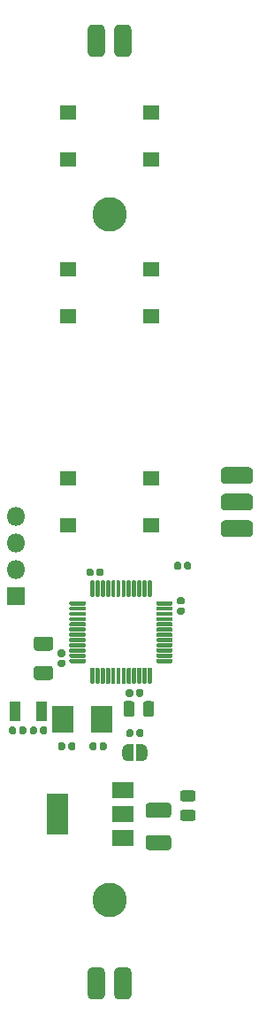
<source format=gbr>
%TF.GenerationSoftware,KiCad,Pcbnew,(5.1.6)-1*%
%TF.CreationDate,2020-10-09T22:59:05+02:00*%
%TF.ProjectId,zlpcba_f103c8,7a6c7063-6261-45f6-9631-303363382e6b,rev?*%
%TF.SameCoordinates,Original*%
%TF.FileFunction,Soldermask,Top*%
%TF.FilePolarity,Negative*%
%FSLAX46Y46*%
G04 Gerber Fmt 4.6, Leading zero omitted, Abs format (unit mm)*
G04 Created by KiCad (PCBNEW (5.1.6)-1) date 2020-10-09 22:59:05*
%MOMM*%
%LPD*%
G01*
G04 APERTURE LIST*
%ADD10O,1.800000X1.800000*%
%ADD11R,1.800000X1.800000*%
%ADD12C,3.300000*%
%ADD13R,1.650000X1.400000*%
%ADD14R,2.100000X1.600000*%
%ADD15R,2.100000X3.900000*%
%ADD16R,1.100000X1.900000*%
%ADD17R,2.100000X2.500000*%
%ADD18C,0.100000*%
G04 APERTURE END LIST*
%TO.C,J4*%
G36*
G01*
X115458000Y-56039000D02*
X115458000Y-53751000D01*
G75*
G02*
X115864000Y-53345000I406000J0D01*
G01*
X116676000Y-53345000D01*
G75*
G02*
X117082000Y-53751000I0J-406000D01*
G01*
X117082000Y-56039000D01*
G75*
G02*
X116676000Y-56445000I-406000J0D01*
G01*
X115864000Y-56445000D01*
G75*
G02*
X115458000Y-56039000I0J406000D01*
G01*
G37*
G36*
G01*
X112918000Y-56039000D02*
X112918000Y-53751000D01*
G75*
G02*
X113324000Y-53345000I406000J0D01*
G01*
X114136000Y-53345000D01*
G75*
G02*
X114542000Y-53751000I0J-406000D01*
G01*
X114542000Y-56039000D01*
G75*
G02*
X114136000Y-56445000I-406000J0D01*
G01*
X113324000Y-56445000D01*
G75*
G02*
X112918000Y-56039000I0J406000D01*
G01*
G37*
%TD*%
%TO.C,J3*%
G36*
G01*
X126056000Y-100718000D02*
X128344000Y-100718000D01*
G75*
G02*
X128750000Y-101124000I0J-406000D01*
G01*
X128750000Y-101936000D01*
G75*
G02*
X128344000Y-102342000I-406000J0D01*
G01*
X126056000Y-102342000D01*
G75*
G02*
X125650000Y-101936000I0J406000D01*
G01*
X125650000Y-101124000D01*
G75*
G02*
X126056000Y-100718000I406000J0D01*
G01*
G37*
G36*
G01*
X126056000Y-98178000D02*
X128344000Y-98178000D01*
G75*
G02*
X128750000Y-98584000I0J-406000D01*
G01*
X128750000Y-99396000D01*
G75*
G02*
X128344000Y-99802000I-406000J0D01*
G01*
X126056000Y-99802000D01*
G75*
G02*
X125650000Y-99396000I0J406000D01*
G01*
X125650000Y-98584000D01*
G75*
G02*
X126056000Y-98178000I406000J0D01*
G01*
G37*
G36*
G01*
X126056000Y-95638000D02*
X128344000Y-95638000D01*
G75*
G02*
X128750000Y-96044000I0J-406000D01*
G01*
X128750000Y-96856000D01*
G75*
G02*
X128344000Y-97262000I-406000J0D01*
G01*
X126056000Y-97262000D01*
G75*
G02*
X125650000Y-96856000I0J406000D01*
G01*
X125650000Y-96044000D01*
G75*
G02*
X126056000Y-95638000I406000J0D01*
G01*
G37*
%TD*%
%TO.C,J1*%
G36*
G01*
X115458000Y-146134000D02*
X115458000Y-143846000D01*
G75*
G02*
X115864000Y-143440000I406000J0D01*
G01*
X116676000Y-143440000D01*
G75*
G02*
X117082000Y-143846000I0J-406000D01*
G01*
X117082000Y-146134000D01*
G75*
G02*
X116676000Y-146540000I-406000J0D01*
G01*
X115864000Y-146540000D01*
G75*
G02*
X115458000Y-146134000I0J406000D01*
G01*
G37*
G36*
G01*
X112918000Y-146134000D02*
X112918000Y-143846000D01*
G75*
G02*
X113324000Y-143440000I406000J0D01*
G01*
X114136000Y-143440000D01*
G75*
G02*
X114542000Y-143846000I0J-406000D01*
G01*
X114542000Y-146134000D01*
G75*
G02*
X114136000Y-146540000I-406000J0D01*
G01*
X113324000Y-146540000D01*
G75*
G02*
X112918000Y-146134000I0J406000D01*
G01*
G37*
%TD*%
D10*
%TO.C,J2*%
X106000000Y-100370000D03*
X106000000Y-102910000D03*
X106000000Y-105450000D03*
D11*
X106000000Y-107990000D03*
%TD*%
D12*
%TO.C,H2*%
X115000000Y-136990000D03*
%TD*%
%TO.C,H1*%
X115000000Y-71490000D03*
%TD*%
D13*
%TO.C,SW3*%
X118980000Y-101240000D03*
X118980000Y-96740000D03*
X111020000Y-96740000D03*
X111020000Y-101240000D03*
%TD*%
%TO.C,SW2*%
X118980000Y-81240000D03*
X118980000Y-76740000D03*
X111020000Y-76740000D03*
X111020000Y-81240000D03*
%TD*%
%TO.C,SW1*%
X118980000Y-66240000D03*
X118980000Y-61740000D03*
X111020000Y-61740000D03*
X111020000Y-66240000D03*
%TD*%
%TO.C,R2*%
G36*
G01*
X121860000Y-104882500D02*
X121860000Y-105277500D01*
G75*
G02*
X121687500Y-105450000I-172500J0D01*
G01*
X121342500Y-105450000D01*
G75*
G02*
X121170000Y-105277500I0J172500D01*
G01*
X121170000Y-104882500D01*
G75*
G02*
X121342500Y-104710000I172500J0D01*
G01*
X121687500Y-104710000D01*
G75*
G02*
X121860000Y-104882500I0J-172500D01*
G01*
G37*
G36*
G01*
X122830000Y-104882500D02*
X122830000Y-105277500D01*
G75*
G02*
X122657500Y-105450000I-172500J0D01*
G01*
X122312500Y-105450000D01*
G75*
G02*
X122140000Y-105277500I0J172500D01*
G01*
X122140000Y-104882500D01*
G75*
G02*
X122312500Y-104710000I172500J0D01*
G01*
X122657500Y-104710000D01*
G75*
G02*
X122830000Y-104882500I0J-172500D01*
G01*
G37*
%TD*%
D14*
%TO.C,U2*%
X116310000Y-131090000D03*
X116310000Y-126490000D03*
X116310000Y-128790000D03*
D15*
X110010000Y-128790000D03*
%TD*%
%TO.C,C12*%
G36*
G01*
X122018750Y-128390000D02*
X122981250Y-128390000D01*
G75*
G02*
X123250000Y-128658750I0J-268750D01*
G01*
X123250000Y-129196250D01*
G75*
G02*
X122981250Y-129465000I-268750J0D01*
G01*
X122018750Y-129465000D01*
G75*
G02*
X121750000Y-129196250I0J268750D01*
G01*
X121750000Y-128658750D01*
G75*
G02*
X122018750Y-128390000I268750J0D01*
G01*
G37*
G36*
G01*
X122018750Y-126515000D02*
X122981250Y-126515000D01*
G75*
G02*
X123250000Y-126783750I0J-268750D01*
G01*
X123250000Y-127321250D01*
G75*
G02*
X122981250Y-127590000I-268750J0D01*
G01*
X122018750Y-127590000D01*
G75*
G02*
X121750000Y-127321250I0J268750D01*
G01*
X121750000Y-126783750D01*
G75*
G02*
X122018750Y-126515000I268750J0D01*
G01*
G37*
%TD*%
%TO.C,C11*%
G36*
G01*
X118723867Y-130815000D02*
X120636133Y-130815000D01*
G75*
G02*
X120905000Y-131083867I0J-268867D01*
G01*
X120905000Y-131971133D01*
G75*
G02*
X120636133Y-132240000I-268867J0D01*
G01*
X118723867Y-132240000D01*
G75*
G02*
X118455000Y-131971133I0J268867D01*
G01*
X118455000Y-131083867D01*
G75*
G02*
X118723867Y-130815000I268867J0D01*
G01*
G37*
G36*
G01*
X118723867Y-127740000D02*
X120636133Y-127740000D01*
G75*
G02*
X120905000Y-128008867I0J-268867D01*
G01*
X120905000Y-128896133D01*
G75*
G02*
X120636133Y-129165000I-268867J0D01*
G01*
X118723867Y-129165000D01*
G75*
G02*
X118455000Y-128896133I0J268867D01*
G01*
X118455000Y-128008867D01*
G75*
G02*
X118723867Y-127740000I268867J0D01*
G01*
G37*
%TD*%
D16*
%TO.C,Y2*%
X105950000Y-119020000D03*
X108450000Y-119020000D03*
%TD*%
D17*
%TO.C,Y1*%
X110550000Y-119720000D03*
X114250000Y-119720000D03*
%TD*%
%TO.C,U1*%
G36*
G01*
X112625000Y-114370000D02*
X111250000Y-114370000D01*
G75*
G02*
X111150000Y-114270000I0J100000D01*
G01*
X111150000Y-114070000D01*
G75*
G02*
X111250000Y-113970000I100000J0D01*
G01*
X112625000Y-113970000D01*
G75*
G02*
X112725000Y-114070000I0J-100000D01*
G01*
X112725000Y-114270000D01*
G75*
G02*
X112625000Y-114370000I-100000J0D01*
G01*
G37*
G36*
G01*
X112625000Y-113870000D02*
X111250000Y-113870000D01*
G75*
G02*
X111150000Y-113770000I0J100000D01*
G01*
X111150000Y-113570000D01*
G75*
G02*
X111250000Y-113470000I100000J0D01*
G01*
X112625000Y-113470000D01*
G75*
G02*
X112725000Y-113570000I0J-100000D01*
G01*
X112725000Y-113770000D01*
G75*
G02*
X112625000Y-113870000I-100000J0D01*
G01*
G37*
G36*
G01*
X112625000Y-113370000D02*
X111250000Y-113370000D01*
G75*
G02*
X111150000Y-113270000I0J100000D01*
G01*
X111150000Y-113070000D01*
G75*
G02*
X111250000Y-112970000I100000J0D01*
G01*
X112625000Y-112970000D01*
G75*
G02*
X112725000Y-113070000I0J-100000D01*
G01*
X112725000Y-113270000D01*
G75*
G02*
X112625000Y-113370000I-100000J0D01*
G01*
G37*
G36*
G01*
X112625000Y-112870000D02*
X111250000Y-112870000D01*
G75*
G02*
X111150000Y-112770000I0J100000D01*
G01*
X111150000Y-112570000D01*
G75*
G02*
X111250000Y-112470000I100000J0D01*
G01*
X112625000Y-112470000D01*
G75*
G02*
X112725000Y-112570000I0J-100000D01*
G01*
X112725000Y-112770000D01*
G75*
G02*
X112625000Y-112870000I-100000J0D01*
G01*
G37*
G36*
G01*
X112625000Y-112370000D02*
X111250000Y-112370000D01*
G75*
G02*
X111150000Y-112270000I0J100000D01*
G01*
X111150000Y-112070000D01*
G75*
G02*
X111250000Y-111970000I100000J0D01*
G01*
X112625000Y-111970000D01*
G75*
G02*
X112725000Y-112070000I0J-100000D01*
G01*
X112725000Y-112270000D01*
G75*
G02*
X112625000Y-112370000I-100000J0D01*
G01*
G37*
G36*
G01*
X112625000Y-111870000D02*
X111250000Y-111870000D01*
G75*
G02*
X111150000Y-111770000I0J100000D01*
G01*
X111150000Y-111570000D01*
G75*
G02*
X111250000Y-111470000I100000J0D01*
G01*
X112625000Y-111470000D01*
G75*
G02*
X112725000Y-111570000I0J-100000D01*
G01*
X112725000Y-111770000D01*
G75*
G02*
X112625000Y-111870000I-100000J0D01*
G01*
G37*
G36*
G01*
X112625000Y-111370000D02*
X111250000Y-111370000D01*
G75*
G02*
X111150000Y-111270000I0J100000D01*
G01*
X111150000Y-111070000D01*
G75*
G02*
X111250000Y-110970000I100000J0D01*
G01*
X112625000Y-110970000D01*
G75*
G02*
X112725000Y-111070000I0J-100000D01*
G01*
X112725000Y-111270000D01*
G75*
G02*
X112625000Y-111370000I-100000J0D01*
G01*
G37*
G36*
G01*
X112625000Y-110870000D02*
X111250000Y-110870000D01*
G75*
G02*
X111150000Y-110770000I0J100000D01*
G01*
X111150000Y-110570000D01*
G75*
G02*
X111250000Y-110470000I100000J0D01*
G01*
X112625000Y-110470000D01*
G75*
G02*
X112725000Y-110570000I0J-100000D01*
G01*
X112725000Y-110770000D01*
G75*
G02*
X112625000Y-110870000I-100000J0D01*
G01*
G37*
G36*
G01*
X112625000Y-110370000D02*
X111250000Y-110370000D01*
G75*
G02*
X111150000Y-110270000I0J100000D01*
G01*
X111150000Y-110070000D01*
G75*
G02*
X111250000Y-109970000I100000J0D01*
G01*
X112625000Y-109970000D01*
G75*
G02*
X112725000Y-110070000I0J-100000D01*
G01*
X112725000Y-110270000D01*
G75*
G02*
X112625000Y-110370000I-100000J0D01*
G01*
G37*
G36*
G01*
X112625000Y-109870000D02*
X111250000Y-109870000D01*
G75*
G02*
X111150000Y-109770000I0J100000D01*
G01*
X111150000Y-109570000D01*
G75*
G02*
X111250000Y-109470000I100000J0D01*
G01*
X112625000Y-109470000D01*
G75*
G02*
X112725000Y-109570000I0J-100000D01*
G01*
X112725000Y-109770000D01*
G75*
G02*
X112625000Y-109870000I-100000J0D01*
G01*
G37*
G36*
G01*
X112625000Y-109370000D02*
X111250000Y-109370000D01*
G75*
G02*
X111150000Y-109270000I0J100000D01*
G01*
X111150000Y-109070000D01*
G75*
G02*
X111250000Y-108970000I100000J0D01*
G01*
X112625000Y-108970000D01*
G75*
G02*
X112725000Y-109070000I0J-100000D01*
G01*
X112725000Y-109270000D01*
G75*
G02*
X112625000Y-109370000I-100000J0D01*
G01*
G37*
G36*
G01*
X112625000Y-108870000D02*
X111250000Y-108870000D01*
G75*
G02*
X111150000Y-108770000I0J100000D01*
G01*
X111150000Y-108570000D01*
G75*
G02*
X111250000Y-108470000I100000J0D01*
G01*
X112625000Y-108470000D01*
G75*
G02*
X112725000Y-108570000I0J-100000D01*
G01*
X112725000Y-108770000D01*
G75*
G02*
X112625000Y-108870000I-100000J0D01*
G01*
G37*
G36*
G01*
X113450000Y-108045000D02*
X113250000Y-108045000D01*
G75*
G02*
X113150000Y-107945000I0J100000D01*
G01*
X113150000Y-106570000D01*
G75*
G02*
X113250000Y-106470000I100000J0D01*
G01*
X113450000Y-106470000D01*
G75*
G02*
X113550000Y-106570000I0J-100000D01*
G01*
X113550000Y-107945000D01*
G75*
G02*
X113450000Y-108045000I-100000J0D01*
G01*
G37*
G36*
G01*
X113950000Y-108045000D02*
X113750000Y-108045000D01*
G75*
G02*
X113650000Y-107945000I0J100000D01*
G01*
X113650000Y-106570000D01*
G75*
G02*
X113750000Y-106470000I100000J0D01*
G01*
X113950000Y-106470000D01*
G75*
G02*
X114050000Y-106570000I0J-100000D01*
G01*
X114050000Y-107945000D01*
G75*
G02*
X113950000Y-108045000I-100000J0D01*
G01*
G37*
G36*
G01*
X114450000Y-108045000D02*
X114250000Y-108045000D01*
G75*
G02*
X114150000Y-107945000I0J100000D01*
G01*
X114150000Y-106570000D01*
G75*
G02*
X114250000Y-106470000I100000J0D01*
G01*
X114450000Y-106470000D01*
G75*
G02*
X114550000Y-106570000I0J-100000D01*
G01*
X114550000Y-107945000D01*
G75*
G02*
X114450000Y-108045000I-100000J0D01*
G01*
G37*
G36*
G01*
X114950000Y-108045000D02*
X114750000Y-108045000D01*
G75*
G02*
X114650000Y-107945000I0J100000D01*
G01*
X114650000Y-106570000D01*
G75*
G02*
X114750000Y-106470000I100000J0D01*
G01*
X114950000Y-106470000D01*
G75*
G02*
X115050000Y-106570000I0J-100000D01*
G01*
X115050000Y-107945000D01*
G75*
G02*
X114950000Y-108045000I-100000J0D01*
G01*
G37*
G36*
G01*
X115450000Y-108045000D02*
X115250000Y-108045000D01*
G75*
G02*
X115150000Y-107945000I0J100000D01*
G01*
X115150000Y-106570000D01*
G75*
G02*
X115250000Y-106470000I100000J0D01*
G01*
X115450000Y-106470000D01*
G75*
G02*
X115550000Y-106570000I0J-100000D01*
G01*
X115550000Y-107945000D01*
G75*
G02*
X115450000Y-108045000I-100000J0D01*
G01*
G37*
G36*
G01*
X115950000Y-108045000D02*
X115750000Y-108045000D01*
G75*
G02*
X115650000Y-107945000I0J100000D01*
G01*
X115650000Y-106570000D01*
G75*
G02*
X115750000Y-106470000I100000J0D01*
G01*
X115950000Y-106470000D01*
G75*
G02*
X116050000Y-106570000I0J-100000D01*
G01*
X116050000Y-107945000D01*
G75*
G02*
X115950000Y-108045000I-100000J0D01*
G01*
G37*
G36*
G01*
X116450000Y-108045000D02*
X116250000Y-108045000D01*
G75*
G02*
X116150000Y-107945000I0J100000D01*
G01*
X116150000Y-106570000D01*
G75*
G02*
X116250000Y-106470000I100000J0D01*
G01*
X116450000Y-106470000D01*
G75*
G02*
X116550000Y-106570000I0J-100000D01*
G01*
X116550000Y-107945000D01*
G75*
G02*
X116450000Y-108045000I-100000J0D01*
G01*
G37*
G36*
G01*
X116950000Y-108045000D02*
X116750000Y-108045000D01*
G75*
G02*
X116650000Y-107945000I0J100000D01*
G01*
X116650000Y-106570000D01*
G75*
G02*
X116750000Y-106470000I100000J0D01*
G01*
X116950000Y-106470000D01*
G75*
G02*
X117050000Y-106570000I0J-100000D01*
G01*
X117050000Y-107945000D01*
G75*
G02*
X116950000Y-108045000I-100000J0D01*
G01*
G37*
G36*
G01*
X117450000Y-108045000D02*
X117250000Y-108045000D01*
G75*
G02*
X117150000Y-107945000I0J100000D01*
G01*
X117150000Y-106570000D01*
G75*
G02*
X117250000Y-106470000I100000J0D01*
G01*
X117450000Y-106470000D01*
G75*
G02*
X117550000Y-106570000I0J-100000D01*
G01*
X117550000Y-107945000D01*
G75*
G02*
X117450000Y-108045000I-100000J0D01*
G01*
G37*
G36*
G01*
X117950000Y-108045000D02*
X117750000Y-108045000D01*
G75*
G02*
X117650000Y-107945000I0J100000D01*
G01*
X117650000Y-106570000D01*
G75*
G02*
X117750000Y-106470000I100000J0D01*
G01*
X117950000Y-106470000D01*
G75*
G02*
X118050000Y-106570000I0J-100000D01*
G01*
X118050000Y-107945000D01*
G75*
G02*
X117950000Y-108045000I-100000J0D01*
G01*
G37*
G36*
G01*
X118450000Y-108045000D02*
X118250000Y-108045000D01*
G75*
G02*
X118150000Y-107945000I0J100000D01*
G01*
X118150000Y-106570000D01*
G75*
G02*
X118250000Y-106470000I100000J0D01*
G01*
X118450000Y-106470000D01*
G75*
G02*
X118550000Y-106570000I0J-100000D01*
G01*
X118550000Y-107945000D01*
G75*
G02*
X118450000Y-108045000I-100000J0D01*
G01*
G37*
G36*
G01*
X118950000Y-108045000D02*
X118750000Y-108045000D01*
G75*
G02*
X118650000Y-107945000I0J100000D01*
G01*
X118650000Y-106570000D01*
G75*
G02*
X118750000Y-106470000I100000J0D01*
G01*
X118950000Y-106470000D01*
G75*
G02*
X119050000Y-106570000I0J-100000D01*
G01*
X119050000Y-107945000D01*
G75*
G02*
X118950000Y-108045000I-100000J0D01*
G01*
G37*
G36*
G01*
X120950000Y-108870000D02*
X119575000Y-108870000D01*
G75*
G02*
X119475000Y-108770000I0J100000D01*
G01*
X119475000Y-108570000D01*
G75*
G02*
X119575000Y-108470000I100000J0D01*
G01*
X120950000Y-108470000D01*
G75*
G02*
X121050000Y-108570000I0J-100000D01*
G01*
X121050000Y-108770000D01*
G75*
G02*
X120950000Y-108870000I-100000J0D01*
G01*
G37*
G36*
G01*
X120950000Y-109370000D02*
X119575000Y-109370000D01*
G75*
G02*
X119475000Y-109270000I0J100000D01*
G01*
X119475000Y-109070000D01*
G75*
G02*
X119575000Y-108970000I100000J0D01*
G01*
X120950000Y-108970000D01*
G75*
G02*
X121050000Y-109070000I0J-100000D01*
G01*
X121050000Y-109270000D01*
G75*
G02*
X120950000Y-109370000I-100000J0D01*
G01*
G37*
G36*
G01*
X120950000Y-109870000D02*
X119575000Y-109870000D01*
G75*
G02*
X119475000Y-109770000I0J100000D01*
G01*
X119475000Y-109570000D01*
G75*
G02*
X119575000Y-109470000I100000J0D01*
G01*
X120950000Y-109470000D01*
G75*
G02*
X121050000Y-109570000I0J-100000D01*
G01*
X121050000Y-109770000D01*
G75*
G02*
X120950000Y-109870000I-100000J0D01*
G01*
G37*
G36*
G01*
X120950000Y-110370000D02*
X119575000Y-110370000D01*
G75*
G02*
X119475000Y-110270000I0J100000D01*
G01*
X119475000Y-110070000D01*
G75*
G02*
X119575000Y-109970000I100000J0D01*
G01*
X120950000Y-109970000D01*
G75*
G02*
X121050000Y-110070000I0J-100000D01*
G01*
X121050000Y-110270000D01*
G75*
G02*
X120950000Y-110370000I-100000J0D01*
G01*
G37*
G36*
G01*
X120950000Y-110870000D02*
X119575000Y-110870000D01*
G75*
G02*
X119475000Y-110770000I0J100000D01*
G01*
X119475000Y-110570000D01*
G75*
G02*
X119575000Y-110470000I100000J0D01*
G01*
X120950000Y-110470000D01*
G75*
G02*
X121050000Y-110570000I0J-100000D01*
G01*
X121050000Y-110770000D01*
G75*
G02*
X120950000Y-110870000I-100000J0D01*
G01*
G37*
G36*
G01*
X120950000Y-111370000D02*
X119575000Y-111370000D01*
G75*
G02*
X119475000Y-111270000I0J100000D01*
G01*
X119475000Y-111070000D01*
G75*
G02*
X119575000Y-110970000I100000J0D01*
G01*
X120950000Y-110970000D01*
G75*
G02*
X121050000Y-111070000I0J-100000D01*
G01*
X121050000Y-111270000D01*
G75*
G02*
X120950000Y-111370000I-100000J0D01*
G01*
G37*
G36*
G01*
X120950000Y-111870000D02*
X119575000Y-111870000D01*
G75*
G02*
X119475000Y-111770000I0J100000D01*
G01*
X119475000Y-111570000D01*
G75*
G02*
X119575000Y-111470000I100000J0D01*
G01*
X120950000Y-111470000D01*
G75*
G02*
X121050000Y-111570000I0J-100000D01*
G01*
X121050000Y-111770000D01*
G75*
G02*
X120950000Y-111870000I-100000J0D01*
G01*
G37*
G36*
G01*
X120950000Y-112370000D02*
X119575000Y-112370000D01*
G75*
G02*
X119475000Y-112270000I0J100000D01*
G01*
X119475000Y-112070000D01*
G75*
G02*
X119575000Y-111970000I100000J0D01*
G01*
X120950000Y-111970000D01*
G75*
G02*
X121050000Y-112070000I0J-100000D01*
G01*
X121050000Y-112270000D01*
G75*
G02*
X120950000Y-112370000I-100000J0D01*
G01*
G37*
G36*
G01*
X120950000Y-112870000D02*
X119575000Y-112870000D01*
G75*
G02*
X119475000Y-112770000I0J100000D01*
G01*
X119475000Y-112570000D01*
G75*
G02*
X119575000Y-112470000I100000J0D01*
G01*
X120950000Y-112470000D01*
G75*
G02*
X121050000Y-112570000I0J-100000D01*
G01*
X121050000Y-112770000D01*
G75*
G02*
X120950000Y-112870000I-100000J0D01*
G01*
G37*
G36*
G01*
X120950000Y-113370000D02*
X119575000Y-113370000D01*
G75*
G02*
X119475000Y-113270000I0J100000D01*
G01*
X119475000Y-113070000D01*
G75*
G02*
X119575000Y-112970000I100000J0D01*
G01*
X120950000Y-112970000D01*
G75*
G02*
X121050000Y-113070000I0J-100000D01*
G01*
X121050000Y-113270000D01*
G75*
G02*
X120950000Y-113370000I-100000J0D01*
G01*
G37*
G36*
G01*
X120950000Y-113870000D02*
X119575000Y-113870000D01*
G75*
G02*
X119475000Y-113770000I0J100000D01*
G01*
X119475000Y-113570000D01*
G75*
G02*
X119575000Y-113470000I100000J0D01*
G01*
X120950000Y-113470000D01*
G75*
G02*
X121050000Y-113570000I0J-100000D01*
G01*
X121050000Y-113770000D01*
G75*
G02*
X120950000Y-113870000I-100000J0D01*
G01*
G37*
G36*
G01*
X120950000Y-114370000D02*
X119575000Y-114370000D01*
G75*
G02*
X119475000Y-114270000I0J100000D01*
G01*
X119475000Y-114070000D01*
G75*
G02*
X119575000Y-113970000I100000J0D01*
G01*
X120950000Y-113970000D01*
G75*
G02*
X121050000Y-114070000I0J-100000D01*
G01*
X121050000Y-114270000D01*
G75*
G02*
X120950000Y-114370000I-100000J0D01*
G01*
G37*
G36*
G01*
X118950000Y-116370000D02*
X118750000Y-116370000D01*
G75*
G02*
X118650000Y-116270000I0J100000D01*
G01*
X118650000Y-114895000D01*
G75*
G02*
X118750000Y-114795000I100000J0D01*
G01*
X118950000Y-114795000D01*
G75*
G02*
X119050000Y-114895000I0J-100000D01*
G01*
X119050000Y-116270000D01*
G75*
G02*
X118950000Y-116370000I-100000J0D01*
G01*
G37*
G36*
G01*
X118450000Y-116370000D02*
X118250000Y-116370000D01*
G75*
G02*
X118150000Y-116270000I0J100000D01*
G01*
X118150000Y-114895000D01*
G75*
G02*
X118250000Y-114795000I100000J0D01*
G01*
X118450000Y-114795000D01*
G75*
G02*
X118550000Y-114895000I0J-100000D01*
G01*
X118550000Y-116270000D01*
G75*
G02*
X118450000Y-116370000I-100000J0D01*
G01*
G37*
G36*
G01*
X117950000Y-116370000D02*
X117750000Y-116370000D01*
G75*
G02*
X117650000Y-116270000I0J100000D01*
G01*
X117650000Y-114895000D01*
G75*
G02*
X117750000Y-114795000I100000J0D01*
G01*
X117950000Y-114795000D01*
G75*
G02*
X118050000Y-114895000I0J-100000D01*
G01*
X118050000Y-116270000D01*
G75*
G02*
X117950000Y-116370000I-100000J0D01*
G01*
G37*
G36*
G01*
X117450000Y-116370000D02*
X117250000Y-116370000D01*
G75*
G02*
X117150000Y-116270000I0J100000D01*
G01*
X117150000Y-114895000D01*
G75*
G02*
X117250000Y-114795000I100000J0D01*
G01*
X117450000Y-114795000D01*
G75*
G02*
X117550000Y-114895000I0J-100000D01*
G01*
X117550000Y-116270000D01*
G75*
G02*
X117450000Y-116370000I-100000J0D01*
G01*
G37*
G36*
G01*
X116950000Y-116370000D02*
X116750000Y-116370000D01*
G75*
G02*
X116650000Y-116270000I0J100000D01*
G01*
X116650000Y-114895000D01*
G75*
G02*
X116750000Y-114795000I100000J0D01*
G01*
X116950000Y-114795000D01*
G75*
G02*
X117050000Y-114895000I0J-100000D01*
G01*
X117050000Y-116270000D01*
G75*
G02*
X116950000Y-116370000I-100000J0D01*
G01*
G37*
G36*
G01*
X116450000Y-116370000D02*
X116250000Y-116370000D01*
G75*
G02*
X116150000Y-116270000I0J100000D01*
G01*
X116150000Y-114895000D01*
G75*
G02*
X116250000Y-114795000I100000J0D01*
G01*
X116450000Y-114795000D01*
G75*
G02*
X116550000Y-114895000I0J-100000D01*
G01*
X116550000Y-116270000D01*
G75*
G02*
X116450000Y-116370000I-100000J0D01*
G01*
G37*
G36*
G01*
X115950000Y-116370000D02*
X115750000Y-116370000D01*
G75*
G02*
X115650000Y-116270000I0J100000D01*
G01*
X115650000Y-114895000D01*
G75*
G02*
X115750000Y-114795000I100000J0D01*
G01*
X115950000Y-114795000D01*
G75*
G02*
X116050000Y-114895000I0J-100000D01*
G01*
X116050000Y-116270000D01*
G75*
G02*
X115950000Y-116370000I-100000J0D01*
G01*
G37*
G36*
G01*
X115450000Y-116370000D02*
X115250000Y-116370000D01*
G75*
G02*
X115150000Y-116270000I0J100000D01*
G01*
X115150000Y-114895000D01*
G75*
G02*
X115250000Y-114795000I100000J0D01*
G01*
X115450000Y-114795000D01*
G75*
G02*
X115550000Y-114895000I0J-100000D01*
G01*
X115550000Y-116270000D01*
G75*
G02*
X115450000Y-116370000I-100000J0D01*
G01*
G37*
G36*
G01*
X114950000Y-116370000D02*
X114750000Y-116370000D01*
G75*
G02*
X114650000Y-116270000I0J100000D01*
G01*
X114650000Y-114895000D01*
G75*
G02*
X114750000Y-114795000I100000J0D01*
G01*
X114950000Y-114795000D01*
G75*
G02*
X115050000Y-114895000I0J-100000D01*
G01*
X115050000Y-116270000D01*
G75*
G02*
X114950000Y-116370000I-100000J0D01*
G01*
G37*
G36*
G01*
X114450000Y-116370000D02*
X114250000Y-116370000D01*
G75*
G02*
X114150000Y-116270000I0J100000D01*
G01*
X114150000Y-114895000D01*
G75*
G02*
X114250000Y-114795000I100000J0D01*
G01*
X114450000Y-114795000D01*
G75*
G02*
X114550000Y-114895000I0J-100000D01*
G01*
X114550000Y-116270000D01*
G75*
G02*
X114450000Y-116370000I-100000J0D01*
G01*
G37*
G36*
G01*
X113950000Y-116370000D02*
X113750000Y-116370000D01*
G75*
G02*
X113650000Y-116270000I0J100000D01*
G01*
X113650000Y-114895000D01*
G75*
G02*
X113750000Y-114795000I100000J0D01*
G01*
X113950000Y-114795000D01*
G75*
G02*
X114050000Y-114895000I0J-100000D01*
G01*
X114050000Y-116270000D01*
G75*
G02*
X113950000Y-116370000I-100000J0D01*
G01*
G37*
G36*
G01*
X113450000Y-116370000D02*
X113250000Y-116370000D01*
G75*
G02*
X113150000Y-116270000I0J100000D01*
G01*
X113150000Y-114895000D01*
G75*
G02*
X113250000Y-114795000I100000J0D01*
G01*
X113450000Y-114795000D01*
G75*
G02*
X113550000Y-114895000I0J-100000D01*
G01*
X113550000Y-116270000D01*
G75*
G02*
X113450000Y-116370000I-100000J0D01*
G01*
G37*
%TD*%
%TO.C,R1*%
G36*
G01*
X117290000Y-120862500D02*
X117290000Y-121257500D01*
G75*
G02*
X117117500Y-121430000I-172500J0D01*
G01*
X116772500Y-121430000D01*
G75*
G02*
X116600000Y-121257500I0J172500D01*
G01*
X116600000Y-120862500D01*
G75*
G02*
X116772500Y-120690000I172500J0D01*
G01*
X117117500Y-120690000D01*
G75*
G02*
X117290000Y-120862500I0J-172500D01*
G01*
G37*
G36*
G01*
X118260000Y-120862500D02*
X118260000Y-121257500D01*
G75*
G02*
X118087500Y-121430000I-172500J0D01*
G01*
X117742500Y-121430000D01*
G75*
G02*
X117570000Y-121257500I0J172500D01*
G01*
X117570000Y-120862500D01*
G75*
G02*
X117742500Y-120690000I172500J0D01*
G01*
X118087500Y-120690000D01*
G75*
G02*
X118260000Y-120862500I0J-172500D01*
G01*
G37*
%TD*%
D18*
%TO.C,JP1*%
G36*
X116763889Y-123739398D02*
G01*
X116745466Y-123739398D01*
X116740565Y-123739157D01*
X116691734Y-123734347D01*
X116686881Y-123733627D01*
X116638756Y-123724055D01*
X116633995Y-123722863D01*
X116587040Y-123708619D01*
X116582421Y-123706966D01*
X116537088Y-123688189D01*
X116532651Y-123686091D01*
X116489378Y-123662960D01*
X116485171Y-123660438D01*
X116444372Y-123633178D01*
X116440430Y-123630254D01*
X116402501Y-123599126D01*
X116398866Y-123595831D01*
X116364169Y-123561134D01*
X116360874Y-123557499D01*
X116329746Y-123519570D01*
X116326822Y-123515628D01*
X116299562Y-123474829D01*
X116297040Y-123470622D01*
X116273909Y-123427349D01*
X116271811Y-123422912D01*
X116253034Y-123377579D01*
X116251381Y-123372960D01*
X116237137Y-123326005D01*
X116235945Y-123321244D01*
X116226373Y-123273119D01*
X116225653Y-123268266D01*
X116220843Y-123219435D01*
X116220602Y-123214534D01*
X116220602Y-123196111D01*
X116220000Y-123190000D01*
X116220000Y-122690000D01*
X116220602Y-122683889D01*
X116220602Y-122665466D01*
X116220843Y-122660565D01*
X116225653Y-122611734D01*
X116226373Y-122606881D01*
X116235945Y-122558756D01*
X116237137Y-122553995D01*
X116251381Y-122507040D01*
X116253034Y-122502421D01*
X116271811Y-122457088D01*
X116273909Y-122452651D01*
X116297040Y-122409378D01*
X116299562Y-122405171D01*
X116326822Y-122364372D01*
X116329746Y-122360430D01*
X116360874Y-122322501D01*
X116364169Y-122318866D01*
X116398866Y-122284169D01*
X116402501Y-122280874D01*
X116440430Y-122249746D01*
X116444372Y-122246822D01*
X116485171Y-122219562D01*
X116489378Y-122217040D01*
X116532651Y-122193909D01*
X116537088Y-122191811D01*
X116582421Y-122173034D01*
X116587040Y-122171381D01*
X116633995Y-122157137D01*
X116638756Y-122155945D01*
X116686881Y-122146373D01*
X116691734Y-122145653D01*
X116740565Y-122140843D01*
X116745466Y-122140602D01*
X116763889Y-122140602D01*
X116770000Y-122140000D01*
X117270000Y-122140000D01*
X117279755Y-122140961D01*
X117289134Y-122143806D01*
X117297779Y-122148427D01*
X117305355Y-122154645D01*
X117311573Y-122162221D01*
X117316194Y-122170866D01*
X117319039Y-122180245D01*
X117320000Y-122190000D01*
X117320000Y-123690000D01*
X117319039Y-123699755D01*
X117316194Y-123709134D01*
X117311573Y-123717779D01*
X117305355Y-123725355D01*
X117297779Y-123731573D01*
X117289134Y-123736194D01*
X117279755Y-123739039D01*
X117270000Y-123740000D01*
X116770000Y-123740000D01*
X116763889Y-123739398D01*
G37*
G36*
X117560245Y-123739039D02*
G01*
X117550866Y-123736194D01*
X117542221Y-123731573D01*
X117534645Y-123725355D01*
X117528427Y-123717779D01*
X117523806Y-123709134D01*
X117520961Y-123699755D01*
X117520000Y-123690000D01*
X117520000Y-122190000D01*
X117520961Y-122180245D01*
X117523806Y-122170866D01*
X117528427Y-122162221D01*
X117534645Y-122154645D01*
X117542221Y-122148427D01*
X117550866Y-122143806D01*
X117560245Y-122140961D01*
X117570000Y-122140000D01*
X118070000Y-122140000D01*
X118076111Y-122140602D01*
X118094534Y-122140602D01*
X118099435Y-122140843D01*
X118148266Y-122145653D01*
X118153119Y-122146373D01*
X118201244Y-122155945D01*
X118206005Y-122157137D01*
X118252960Y-122171381D01*
X118257579Y-122173034D01*
X118302912Y-122191811D01*
X118307349Y-122193909D01*
X118350622Y-122217040D01*
X118354829Y-122219562D01*
X118395628Y-122246822D01*
X118399570Y-122249746D01*
X118437499Y-122280874D01*
X118441134Y-122284169D01*
X118475831Y-122318866D01*
X118479126Y-122322501D01*
X118510254Y-122360430D01*
X118513178Y-122364372D01*
X118540438Y-122405171D01*
X118542960Y-122409378D01*
X118566091Y-122452651D01*
X118568189Y-122457088D01*
X118586966Y-122502421D01*
X118588619Y-122507040D01*
X118602863Y-122553995D01*
X118604055Y-122558756D01*
X118613627Y-122606881D01*
X118614347Y-122611734D01*
X118619157Y-122660565D01*
X118619398Y-122665466D01*
X118619398Y-122683889D01*
X118620000Y-122690000D01*
X118620000Y-123190000D01*
X118619398Y-123196111D01*
X118619398Y-123214534D01*
X118619157Y-123219435D01*
X118614347Y-123268266D01*
X118613627Y-123273119D01*
X118604055Y-123321244D01*
X118602863Y-123326005D01*
X118588619Y-123372960D01*
X118586966Y-123377579D01*
X118568189Y-123422912D01*
X118566091Y-123427349D01*
X118542960Y-123470622D01*
X118540438Y-123474829D01*
X118513178Y-123515628D01*
X118510254Y-123519570D01*
X118479126Y-123557499D01*
X118475831Y-123561134D01*
X118441134Y-123595831D01*
X118437499Y-123599126D01*
X118399570Y-123630254D01*
X118395628Y-123633178D01*
X118354829Y-123660438D01*
X118350622Y-123662960D01*
X118307349Y-123686091D01*
X118302912Y-123688189D01*
X118257579Y-123706966D01*
X118252960Y-123708619D01*
X118206005Y-123722863D01*
X118201244Y-123724055D01*
X118153119Y-123733627D01*
X118148266Y-123734347D01*
X118099435Y-123739157D01*
X118094534Y-123739398D01*
X118076111Y-123739398D01*
X118070000Y-123740000D01*
X117570000Y-123740000D01*
X117560245Y-123739039D01*
G37*
%TD*%
%TO.C,C10*%
G36*
G01*
X108060000Y-120622500D02*
X108060000Y-121017500D01*
G75*
G02*
X107887500Y-121190000I-172500J0D01*
G01*
X107542500Y-121190000D01*
G75*
G02*
X107370000Y-121017500I0J172500D01*
G01*
X107370000Y-120622500D01*
G75*
G02*
X107542500Y-120450000I172500J0D01*
G01*
X107887500Y-120450000D01*
G75*
G02*
X108060000Y-120622500I0J-172500D01*
G01*
G37*
G36*
G01*
X109030000Y-120622500D02*
X109030000Y-121017500D01*
G75*
G02*
X108857500Y-121190000I-172500J0D01*
G01*
X108512500Y-121190000D01*
G75*
G02*
X108340000Y-121017500I0J172500D01*
G01*
X108340000Y-120622500D01*
G75*
G02*
X108512500Y-120450000I172500J0D01*
G01*
X108857500Y-120450000D01*
G75*
G02*
X109030000Y-120622500I0J-172500D01*
G01*
G37*
%TD*%
%TO.C,C9*%
G36*
G01*
X106340000Y-121017500D02*
X106340000Y-120622500D01*
G75*
G02*
X106512500Y-120450000I172500J0D01*
G01*
X106857500Y-120450000D01*
G75*
G02*
X107030000Y-120622500I0J-172500D01*
G01*
X107030000Y-121017500D01*
G75*
G02*
X106857500Y-121190000I-172500J0D01*
G01*
X106512500Y-121190000D01*
G75*
G02*
X106340000Y-121017500I0J172500D01*
G01*
G37*
G36*
G01*
X105370000Y-121017500D02*
X105370000Y-120622500D01*
G75*
G02*
X105542500Y-120450000I172500J0D01*
G01*
X105887500Y-120450000D01*
G75*
G02*
X106060000Y-120622500I0J-172500D01*
G01*
X106060000Y-121017500D01*
G75*
G02*
X105887500Y-121190000I-172500J0D01*
G01*
X105542500Y-121190000D01*
G75*
G02*
X105370000Y-121017500I0J172500D01*
G01*
G37*
%TD*%
%TO.C,C8*%
G36*
G01*
X117400000Y-118268750D02*
X117400000Y-119231250D01*
G75*
G02*
X117131250Y-119500000I-268750J0D01*
G01*
X116593750Y-119500000D01*
G75*
G02*
X116325000Y-119231250I0J268750D01*
G01*
X116325000Y-118268750D01*
G75*
G02*
X116593750Y-118000000I268750J0D01*
G01*
X117131250Y-118000000D01*
G75*
G02*
X117400000Y-118268750I0J-268750D01*
G01*
G37*
G36*
G01*
X119275000Y-118268750D02*
X119275000Y-119231250D01*
G75*
G02*
X119006250Y-119500000I-268750J0D01*
G01*
X118468750Y-119500000D01*
G75*
G02*
X118200000Y-119231250I0J268750D01*
G01*
X118200000Y-118268750D01*
G75*
G02*
X118468750Y-118000000I268750J0D01*
G01*
X119006250Y-118000000D01*
G75*
G02*
X119275000Y-118268750I0J-268750D01*
G01*
G37*
%TD*%
%TO.C,C7*%
G36*
G01*
X117260000Y-117022500D02*
X117260000Y-117417500D01*
G75*
G02*
X117087500Y-117590000I-172500J0D01*
G01*
X116742500Y-117590000D01*
G75*
G02*
X116570000Y-117417500I0J172500D01*
G01*
X116570000Y-117022500D01*
G75*
G02*
X116742500Y-116850000I172500J0D01*
G01*
X117087500Y-116850000D01*
G75*
G02*
X117260000Y-117022500I0J-172500D01*
G01*
G37*
G36*
G01*
X118230000Y-117022500D02*
X118230000Y-117417500D01*
G75*
G02*
X118057500Y-117590000I-172500J0D01*
G01*
X117712500Y-117590000D01*
G75*
G02*
X117540000Y-117417500I0J172500D01*
G01*
X117540000Y-117022500D01*
G75*
G02*
X117712500Y-116850000I172500J0D01*
G01*
X118057500Y-116850000D01*
G75*
G02*
X118230000Y-117022500I0J-172500D01*
G01*
G37*
%TD*%
%TO.C,C6*%
G36*
G01*
X113760000Y-122122500D02*
X113760000Y-122517500D01*
G75*
G02*
X113587500Y-122690000I-172500J0D01*
G01*
X113242500Y-122690000D01*
G75*
G02*
X113070000Y-122517500I0J172500D01*
G01*
X113070000Y-122122500D01*
G75*
G02*
X113242500Y-121950000I172500J0D01*
G01*
X113587500Y-121950000D01*
G75*
G02*
X113760000Y-122122500I0J-172500D01*
G01*
G37*
G36*
G01*
X114730000Y-122122500D02*
X114730000Y-122517500D01*
G75*
G02*
X114557500Y-122690000I-172500J0D01*
G01*
X114212500Y-122690000D01*
G75*
G02*
X114040000Y-122517500I0J172500D01*
G01*
X114040000Y-122122500D01*
G75*
G02*
X114212500Y-121950000I172500J0D01*
G01*
X114557500Y-121950000D01*
G75*
G02*
X114730000Y-122122500I0J-172500D01*
G01*
G37*
%TD*%
%TO.C,C5*%
G36*
G01*
X111040000Y-122517500D02*
X111040000Y-122122500D01*
G75*
G02*
X111212500Y-121950000I172500J0D01*
G01*
X111557500Y-121950000D01*
G75*
G02*
X111730000Y-122122500I0J-172500D01*
G01*
X111730000Y-122517500D01*
G75*
G02*
X111557500Y-122690000I-172500J0D01*
G01*
X111212500Y-122690000D01*
G75*
G02*
X111040000Y-122517500I0J172500D01*
G01*
G37*
G36*
G01*
X110070000Y-122517500D02*
X110070000Y-122122500D01*
G75*
G02*
X110242500Y-121950000I172500J0D01*
G01*
X110587500Y-121950000D01*
G75*
G02*
X110760000Y-122122500I0J-172500D01*
G01*
X110760000Y-122517500D01*
G75*
G02*
X110587500Y-122690000I-172500J0D01*
G01*
X110242500Y-122690000D01*
G75*
G02*
X110070000Y-122517500I0J172500D01*
G01*
G37*
%TD*%
%TO.C,C4*%
G36*
G01*
X110597500Y-113780000D02*
X110202500Y-113780000D01*
G75*
G02*
X110030000Y-113607500I0J172500D01*
G01*
X110030000Y-113262500D01*
G75*
G02*
X110202500Y-113090000I172500J0D01*
G01*
X110597500Y-113090000D01*
G75*
G02*
X110770000Y-113262500I0J-172500D01*
G01*
X110770000Y-113607500D01*
G75*
G02*
X110597500Y-113780000I-172500J0D01*
G01*
G37*
G36*
G01*
X110597500Y-114750000D02*
X110202500Y-114750000D01*
G75*
G02*
X110030000Y-114577500I0J172500D01*
G01*
X110030000Y-114232500D01*
G75*
G02*
X110202500Y-114060000I172500J0D01*
G01*
X110597500Y-114060000D01*
G75*
G02*
X110770000Y-114232500I0J-172500D01*
G01*
X110770000Y-114577500D01*
G75*
G02*
X110597500Y-114750000I-172500J0D01*
G01*
G37*
%TD*%
%TO.C,C3*%
G36*
G01*
X113740000Y-105897500D02*
X113740000Y-105502500D01*
G75*
G02*
X113912500Y-105330000I172500J0D01*
G01*
X114257500Y-105330000D01*
G75*
G02*
X114430000Y-105502500I0J-172500D01*
G01*
X114430000Y-105897500D01*
G75*
G02*
X114257500Y-106070000I-172500J0D01*
G01*
X113912500Y-106070000D01*
G75*
G02*
X113740000Y-105897500I0J172500D01*
G01*
G37*
G36*
G01*
X112770000Y-105897500D02*
X112770000Y-105502500D01*
G75*
G02*
X112942500Y-105330000I172500J0D01*
G01*
X113287500Y-105330000D01*
G75*
G02*
X113460000Y-105502500I0J-172500D01*
G01*
X113460000Y-105897500D01*
G75*
G02*
X113287500Y-106070000I-172500J0D01*
G01*
X112942500Y-106070000D01*
G75*
G02*
X112770000Y-105897500I0J172500D01*
G01*
G37*
%TD*%
%TO.C,C2*%
G36*
G01*
X121632500Y-109060000D02*
X122027500Y-109060000D01*
G75*
G02*
X122200000Y-109232500I0J-172500D01*
G01*
X122200000Y-109577500D01*
G75*
G02*
X122027500Y-109750000I-172500J0D01*
G01*
X121632500Y-109750000D01*
G75*
G02*
X121460000Y-109577500I0J172500D01*
G01*
X121460000Y-109232500D01*
G75*
G02*
X121632500Y-109060000I172500J0D01*
G01*
G37*
G36*
G01*
X121632500Y-108090000D02*
X122027500Y-108090000D01*
G75*
G02*
X122200000Y-108262500I0J-172500D01*
G01*
X122200000Y-108607500D01*
G75*
G02*
X122027500Y-108780000I-172500J0D01*
G01*
X121632500Y-108780000D01*
G75*
G02*
X121460000Y-108607500I0J172500D01*
G01*
X121460000Y-108262500D01*
G75*
G02*
X121632500Y-108090000I172500J0D01*
G01*
G37*
%TD*%
%TO.C,C1*%
G36*
G01*
X109325000Y-113195000D02*
X108015000Y-113195000D01*
G75*
G02*
X107745000Y-112925000I0J270000D01*
G01*
X107745000Y-112115000D01*
G75*
G02*
X108015000Y-111845000I270000J0D01*
G01*
X109325000Y-111845000D01*
G75*
G02*
X109595000Y-112115000I0J-270000D01*
G01*
X109595000Y-112925000D01*
G75*
G02*
X109325000Y-113195000I-270000J0D01*
G01*
G37*
G36*
G01*
X109325000Y-115995000D02*
X108015000Y-115995000D01*
G75*
G02*
X107745000Y-115725000I0J270000D01*
G01*
X107745000Y-114915000D01*
G75*
G02*
X108015000Y-114645000I270000J0D01*
G01*
X109325000Y-114645000D01*
G75*
G02*
X109595000Y-114915000I0J-270000D01*
G01*
X109595000Y-115725000D01*
G75*
G02*
X109325000Y-115995000I-270000J0D01*
G01*
G37*
%TD*%
M02*

</source>
